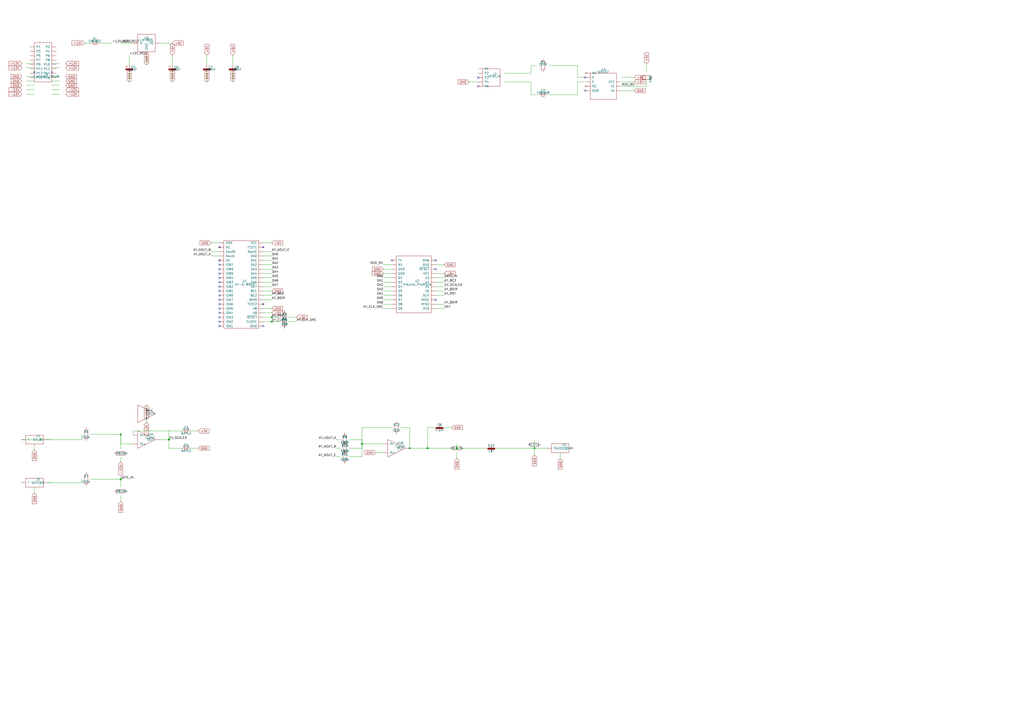
<source format=kicad_sch>
(kicad_sch (version 20231120) (generator "python-generator") (generator_version "1.0")
  (paper "A2")
  (title_block (title "AY-3-8910 Eurorack Module") (rev "0.1") (company "DIY"))
  (lib_symbols
    (symbol "Custom:AY-3-8910" (pin_numbers (hide yes)) (pin_names (offset 1.016))
      (property "Reference" "U" (at 0 27.94 0))
      (property "Value" "AY-3-8910" (at 0 30.48 0))
      (symbol "AY-3-8910_0_1"
        (rectangle (start -10.16 -25.4) (end 10.16 25.4))
      )
      (symbol "AY-3-8910_1_1"
        (pin power_in line (at -12.7 24.13 0) (length 2.54) (name "GND") (number "1"))
        (pin no_connect line (at -12.7 21.59 0) (length 2.54) (name "NC") (number "2"))
        (pin output line (at -12.7 19.05 0) (length 2.54) (name "AoutB") (number "3"))
        (pin output line (at -12.7 16.51 0) (length 2.54) (name "AoutA") (number "4"))
        (pin no_connect line (at -12.7 13.97 0) (length 2.54) (name "NC") (number "5"))
        (pin bidirectional line (at -12.7 11.43 0) (length 2.54) (name "IOB7") (number "6"))
        (pin bidirectional line (at -12.7 8.89 0) (length 2.54) (name "IOB6") (number "7"))
        (pin bidirectional line (at -12.7 6.35 0) (length 2.54) (name "IOB5") (number "8"))
        (pin bidirectional line (at -12.7 3.81 0) (length 2.54) (name "IOB4") (number "9"))
        (pin bidirectional line (at -12.7 1.27 0) (length 2.54) (name "IOB3") (number "10"))
        (pin bidirectional line (at -12.7 -1.27 0) (length 2.54) (name "IOB2") (number "11"))
        (pin bidirectional line (at -12.7 -3.81 0) (length 2.54) (name "IOB1") (number "12"))
        (pin bidirectional line (at -12.7 -6.35 0) (length 2.54) (name "IOB0") (number "13"))
        (pin bidirectional line (at -12.7 -8.89 0) (length 2.54) (name "IOA7") (number "14"))
        (pin bidirectional line (at -12.7 -11.43 0) (length 2.54) (name "IOA6") (number "15"))
        (pin bidirectional line (at -12.7 -13.97 0) (length 2.54) (name "IOA5") (number "16"))
        (pin bidirectional line (at -12.7 -16.51 0) (length 2.54) (name "IOA4") (number "17"))
        (pin bidirectional line (at -12.7 -19.05 0) (length 2.54) (name "IOA3") (number "18"))
        (pin bidirectional line (at -12.7 -21.59 0) (length 2.54) (name "IOA2") (number "19"))
        (pin bidirectional line (at -12.7 -24.13 0) (length 2.54) (name "IOA1") (number "20"))
        (pin bidirectional line (at 12.7 -24.13 180) (length 2.54) (name "IOA0") (number "21"))
        (pin input line (at 12.7 -21.59 180) (length 2.54) (name "CLOCK") (number "22"))
        (pin input line (at 12.7 -19.05 180) (length 2.54) (name "~{RESET}") (number "23"))
        (pin input line (at 12.7 -16.51 180) (length 2.54) (name "A9") (number "24"))
        (pin input line (at 12.7 -13.97 180) (length 2.54) (name "A8") (number "25"))
        (pin no_connect line (at 12.7 -11.43 180) (length 2.54) (name "TEST2") (number "26"))
        (pin input line (at 12.7 -8.89 180) (length 2.54) (name "BDIR") (number "27"))
        (pin input line (at 12.7 -6.35 180) (length 2.54) (name "BC2") (number "28"))
        (pin input line (at 12.7 -3.81 180) (length 2.54) (name "BC1") (number "29"))
        (pin bidirectional line (at 12.7 -1.27 180) (length 2.54) (name "DA7") (number "30"))
        (pin bidirectional line (at 12.7 1.27 180) (length 2.54) (name "DA6") (number "31"))
        (pin bidirectional line (at 12.7 3.81 180) (length 2.54) (name "DA5") (number "32"))
        (pin bidirectional line (at 12.7 6.35 180) (length 2.54) (name "DA4") (number "33"))
        (pin bidirectional line (at 12.7 8.89 180) (length 2.54) (name "DA3") (number "34"))
        (pin bidirectional line (at 12.7 11.43 180) (length 2.54) (name "DA2") (number "35"))
        (pin bidirectional line (at 12.7 13.97 180) (length 2.54) (name "DA1") (number "36"))
        (pin bidirectional line (at 12.7 16.51 180) (length 2.54) (name "DA0") (number "37"))
        (pin output line (at 12.7 19.05 180) (length 2.54) (name "AoutC") (number "38"))
        (pin no_connect line (at 12.7 21.59 180) (length 2.54) (name "TEST1") (number "39"))
        (pin power_in line (at 12.7 24.13 180) (length 2.54) (name "VCC") (number "40"))
      )
    )
    (symbol "Custom:Arduino_ProMicro" (pin_numbers (hide yes)) (pin_names (offset 1.016))
      (property "Reference" "U" (at 0 19.05 0))
      (property "Value" "Arduino_ProMicro" (at 0 21.59 0))
      (symbol "Arduino_ProMicro_0_1"
        (rectangle (start -10.16 -16.51) (end 10.16 16.51))
      )
      (symbol "Arduino_ProMicro_1_1"
        (pin output line (at -12.7 13.97 0) (length 2.54) (name "TX") (number "1"))
        (pin input line (at -12.7 11.43 0) (length 2.54) (name "RX") (number "2"))
        (pin power_in line (at -12.7 8.89 0) (length 2.54) (name "GND") (number "3"))
        (pin power_in line (at -12.7 6.35 0) (length 2.54) (name "GND") (number "4"))
        (pin bidirectional line (at -12.7 3.81 0) (length 2.54) (name "D2") (number "5"))
        (pin bidirectional line (at -12.7 1.27 0) (length 2.54) (name "D3") (number "6"))
        (pin bidirectional line (at -12.7 -1.27 0) (length 2.54) (name "D4") (number "7"))
        (pin bidirectional line (at -12.7 -3.81 0) (length 2.54) (name "D5") (number "8"))
        (pin bidirectional line (at -12.7 -6.35 0) (length 2.54) (name "D6") (number "9"))
        (pin bidirectional line (at -12.7 -8.89 0) (length 2.54) (name "D7") (number "10"))
        (pin bidirectional line (at -12.7 -11.43 0) (length 2.54) (name "D8") (number "11"))
        (pin bidirectional line (at -12.7 -13.97 0) (length 2.54) (name "D9") (number "12"))
        (pin power_in line (at 12.7 13.97 180) (length 2.54) (name "RAW") (number "13"))
        (pin power_in line (at 12.7 11.43 180) (length 2.54) (name "GND") (number "14"))
        (pin input line (at 12.7 8.89 180) (length 2.54) (name "~{RESET}") (number "15"))
        (pin power_in line (at 12.7 6.35 180) (length 2.54) (name "VCC") (number "16"))
        (pin bidirectional line (at 12.7 3.81 180) (length 2.54) (name "A3") (number "17"))
        (pin bidirectional line (at 12.7 1.27 180) (length 2.54) (name "A2") (number "18"))
        (pin bidirectional line (at 12.7 -1.27 180) (length 2.54) (name "A1") (number "19"))
        (pin bidirectional line (at 12.7 -3.81 180) (length 2.54) (name "A0") (number "20"))
        (pin bidirectional line (at 12.7 -6.35 180) (length 2.54) (name "SCK") (number "21"))
        (pin bidirectional line (at 12.7 -8.89 180) (length 2.54) (name "MOSI") (number "22"))
        (pin bidirectional line (at 12.7 -11.43 180) (length 2.54) (name "MISO") (number "23"))
        (pin bidirectional line (at 12.7 -13.97 180) (length 2.54) (name "D10") (number "24"))
      )
    )
    (symbol "Device:R" (pin_numbers (hide yes)) (pin_names (offset 0))
      (property "Reference" "R" (at 2.032 0 90))
      (property "Value" "R" (at 0 0 90))
      (symbol "R_0_1"
        (rectangle (start -1.016 -2.54) (end 1.016 2.54))
      )
      (symbol "R_1_1"
        (pin passive line (at 0 3.81 270) (length 1.27) (name "~") (number "1"))
        (pin passive line (at 0 -3.81 90) (length 1.27) (name "~") (number "2"))
      )
    )
    (symbol "Device:C" (pin_numbers (hide yes)) (pin_names (offset 0.254))
      (property "Reference" "C" (at 1.651 0 90))
      (property "Value" "C" (at 0 0 90))
      (symbol "C_0_1"
        (polyline (pts (xy -2.032 0) (xy 2.032 0)) (stroke (width 0.508)))
        (polyline (pts (xy -2.032 -0.508) (xy 2.032 -0.508)) (stroke (width 0.508)))
      )
      (symbol "C_1_1"
        (pin passive line (at 0 2.54 270) (length 2.54) (name "~") (number "1"))
        (pin passive line (at 0 -2.54 90) (length 2.54) (name "~") (number "2"))
      )
    )
    (symbol "Device:C_Polarized" (pin_numbers (hide yes)) (pin_names (offset 0.254))
      (property "Reference" "C" (at 1.651 0 90))
      (property "Value" "C_Polarized" (at 0 0 90))
      (symbol "C_Polarized_0_1"
        (polyline (pts (xy -2.032 0) (xy 2.032 0)) (stroke (width 0.508)))
        (polyline (pts (xy -2.032 -0.508) (xy 2.032 -0.508)) (stroke (width 0.508)))
        (text "+" (at -1.524 1.524 0) (effects (font (size 1.27 1.27))))
      )
      (symbol "C_Polarized_1_1"
        (pin passive line (at 0 2.54 270) (length 2.54) (name "+") (number "1"))
        (pin passive line (at 0 -2.54 90) (length 2.54) (name "~") (number "2"))
      )
    )
    (symbol "Device:D" (pin_numbers (hide yes)) (pin_names (offset 0))
      (property "Reference" "D" (at 0 2.54 0))
      (property "Value" "D" (at 0 -2.54 0))
      (symbol "D_0_1"
        (rectangle (start -0.762 -1.016) (end 0.762 1.016))
      )
      (symbol "D_1_1"
        (pin passive line (at -2.54 0 0) (length 2.54) (name "K") (number "1"))
        (pin passive line (at 2.54 0 180) (length 2.54) (name "A") (number "2"))
      )
    )
    (symbol "Device:D_Schottky" (pin_numbers (hide yes)) (pin_names (offset 0))
      (property "Reference" "D" (at 0 2.54 0))
      (property "Value" "D_Schottky" (at 0 -2.54 0))
      (symbol "D_Schottky_0_1"
        (rectangle (start -0.762 -1.016) (end 0.762 1.016))
      )
      (symbol "D_Schottky_1_1"
        (pin passive line (at -2.54 0 0) (length 2.54) (name "K") (number "1"))
        (pin passive line (at 2.54 0 180) (length 2.54) (name "A") (number "2"))
      )
    )
    (symbol "Regulator_Linear:LM7805_TO220" (pin_numbers (hide yes)) (pin_names (offset 1.016))
      (property "Reference" "U" (at 0 7.62 0))
      (property "Value" "LM7805_TO220" (at 0 10.16 0))
      (symbol "LM7805_TO220_0_1"
        (rectangle (start -5.08 -5.08) (end 5.08 5.08))
      )
      (symbol "LM7805_TO220_1_1"
        (pin input line (at -7.62 0 0) (length 2.54) (name "VI") (number "1"))
        (pin power_in line (at 0 -7.62 90) (length 2.54) (name "GND") (number "2"))
        (pin output line (at 7.62 0 180) (length 2.54) (name "VO") (number "3"))
      )
    )
    (symbol "Amplifier_Operational:TL072" (pin_numbers (hide yes)) (pin_names (offset 1.016))
      (property "Reference" "U" (at 0 7.62 0))
      (property "Value" "TL072" (at 0 10.16 0))
      (symbol "TL072_0_1"
        (polyline (pts (xy -5.08 5.08) (xy 5.08 0) (xy -5.08 -5.08) (xy -5.08 5.08)))
      )
      (symbol "TL072_1_1"
        (pin output line (at 7.62 0 180) (length 2.54) (name "OUT") (number "1"))
        (pin input line (at -7.62 2.54 0) (length 2.54) (name "IN-") (number "2"))
        (pin input line (at -7.62 -2.54 0) (length 2.54) (name "IN+") (number "3"))
      )
      (symbol "TL072_0_2"
        (polyline (pts (xy -5.08 5.08) (xy 5.08 0) (xy -5.08 -5.08) (xy -5.08 5.08)))
      )
      (symbol "TL072_2_1"
        (pin output line (at 7.62 0 180) (length 2.54) (name "OUT") (number "5"))
        (pin input line (at -7.62 2.54 0) (length 2.54) (name "IN-") (number "6"))
        (pin input line (at -7.62 -2.54 0) (length 2.54) (name "IN+") (number "7"))
      )
      (symbol "TL072_3_1"
        (pin power_in line (at 0 2.54 270) (length 2.54) (name "V+") (number "8"))
        (pin power_in line (at 0 -2.54 90) (length 2.54) (name "V-") (number "4"))
      )
    )
    (symbol "Isolator:6N137" (pin_numbers (hide yes)) (pin_names (offset 1.016))
      (property "Reference" "U" (at 0 10.16 0))
      (property "Value" "6N137" (at 0 12.7 0))
      (symbol "6N137_0_1"
        (rectangle (start -7.62 -7.62) (end 7.62 7.62))
      )
      (symbol "6N137_1_1"
        (pin no_connect line (at -10.16 7.62 0) (length 2.54) (name "NC") (number "1"))
        (pin input line (at -10.16 5.08 0) (length 2.54) (name "A") (number "2"))
        (pin input line (at -10.16 2.54 0) (length 2.54) (name "C") (number "3"))
        (pin no_connect line (at -10.16 0 0) (length 2.54) (name "NC") (number "4"))
        (pin power_in line (at -10.16 -2.54 0) (length 2.54) (name "GND") (number "5"))
        (pin output line (at 10.16 -2.54 180) (length 2.54) (name "Vo") (number "6"))
        (pin input line (at 10.16 0 180) (length 2.54) (name "VE") (number "7"))
        (pin power_in line (at 10.16 2.54 180) (length 2.54) (name "VCC") (number "8"))
      )
    )
    (symbol "Connector:Conn_02x08_Odd_Even" (pin_numbers (hide yes)) (pin_names (offset 1.016))
      (property "Reference" "J" (at 0 22.86 0))
      (property "Value" "Conn_02x08_Odd_Even" (at 0 25.4 0))
      (symbol "Conn_02x08_Odd_Even_0_1"
        (rectangle (start -5.08 -2.54) (end 5.08 20.32))
      )
      (symbol "Conn_02x08_Odd_Even_1_1"
        (pin passive line (at -7.62 17.78 0) (length 2.54) (name "P1") (number "1"))
        (pin passive line (at -7.62 15.24 0) (length 2.54) (name "P3") (number "3"))
        (pin passive line (at -7.62 12.7 0) (length 2.54) (name "P5") (number "5"))
        (pin passive line (at -7.62 10.16 0) (length 2.54) (name "P7") (number "7"))
        (pin passive line (at -7.62 7.62 0) (length 2.54) (name "P9") (number "9"))
        (pin passive line (at -7.62 5.08 0) (length 2.54) (name "P11") (number "11"))
        (pin passive line (at -7.62 2.54 0) (length 2.54) (name "P13") (number "13"))
        (pin passive line (at -7.62 0.0 0) (length 2.54) (name "P15") (number "15"))
        (pin passive line (at 7.62 17.78 180) (length 2.54) (name "P2") (number "2"))
        (pin passive line (at 7.62 15.24 180) (length 2.54) (name "P4") (number "4"))
        (pin passive line (at 7.62 12.7 180) (length 2.54) (name "P6") (number "6"))
        (pin passive line (at 7.62 10.16 180) (length 2.54) (name "P8") (number "8"))
        (pin passive line (at 7.62 7.62 180) (length 2.54) (name "P10") (number "10"))
        (pin passive line (at 7.62 5.08 180) (length 2.54) (name "P12") (number "12"))
        (pin passive line (at 7.62 2.54 180) (length 2.54) (name "P14") (number "14"))
        (pin passive line (at 7.62 0.0 180) (length 2.54) (name "P16") (number "16"))
      )
    )
    (symbol "Connector_Audio:AudioJack2" (pin_numbers (hide yes)) (pin_names (offset 1.016))
      (property "Reference" "J" (at 0 5.08 0))
      (property "Value" "AudioJack2" (at 0 7.62 0))
      (symbol "AudioJack2_0_1"
        (rectangle (start -5.08 -2.54) (end 5.08 2.54))
      )
      (symbol "AudioJack2_1_1"
        (pin passive line (at -7.62 0 0) (length 2.54) (name "T") (number "1"))
        (pin passive line (at 7.62 0 180) (length 2.54) (name "S") (number "2"))
      )
    )
    (symbol "Connector_DIN:DIN-5_270" (pin_numbers (hide yes)) (pin_names (offset 1.016))
      (property "Reference" "J" (at 0 7.62 0))
      (property "Value" "DIN-5_270" (at 0 10.16 0))
      (symbol "DIN-5_270_0_1"
        (rectangle (start -5.08 -5.08) (end 5.08 5.08))
      )
      (symbol "DIN-5_270_1_1"
        (pin passive line (at -7.62 5.08 0) (length 2.54) (name "P1") (number "1"))
        (pin passive line (at -7.62 2.54 0) (length 2.54) (name "P2") (number "2"))
        (pin passive line (at -7.62 0 0) (length 2.54) (name "P3") (number "3"))
        (pin passive line (at -7.62 -2.54 0) (length 2.54) (name "P4") (number "4"))
        (pin passive line (at -7.62 -5.08 0) (length 2.54) (name "P5") (number "5"))
      )
    )
  )
  (symbol (lib_id "Connector:Conn_02x08_Odd_Even") (at 25 45 0) (unit 1)
    (property "Reference" "J1" (at 27 43 0))
    (property "Value" "Eurorack_IDC16" (at 27 44.27 0))
    (property "Footprint" "Connector_IDC:IDC-Header_2x08_P2.54mm_Vertical" (effects (hide yes)))
  )
  (wire (pts (xy 19.92 36.83) (xy 15.24 36.83)))
  (global_label "+12V" (shape input) (at 12.7 36.8300 180))
  (wire (pts (xy 19.92 39.37) (xy 15.24 39.37)))
  (global_label "+12V" (shape input) (at 12.7 39.3700 180))
  (no_connect (at 19.92 41.91))
  (wire (pts (xy 19.92 44.45) (xy 15.24 44.45)))
  (global_label "GND" (shape input) (at 12.7 44.4500 180))
  (wire (pts (xy 19.92 46.99) (xy 15.24 46.99)))
  (global_label "GND" (shape input) (at 12.7 46.9900 180))
  (wire (pts (xy 19.92 49.53) (xy 15.24 49.53)))
  (global_label "GND" (shape input) (at 12.7 49.5300 180))
  (wire (pts (xy 19.92 52.07) (xy 15.24 52.07)))
  (global_label "-12V" (shape input) (at 12.7 52.0700 180))
  (wire (pts (xy 19.92 54.61) (xy 15.24 54.61)))
  (global_label "-12V" (shape input) (at 12.7 54.6100 180))
  (wire (pts (xy 30.08 36.83) (xy 34.54 36.83)))
  (global_label "+12V" (shape input) (at 38.1 36.8300 0))
  (wire (pts (xy 30.08 39.37) (xy 34.54 39.37)))
  (global_label "+12V" (shape input) (at 38.1 39.3700 0))
  (no_connect (at 30.08 41.91))
  (wire (pts (xy 30.08 44.45) (xy 34.54 44.45)))
  (global_label "GND" (shape input) (at 38.1 44.4500 0))
  (wire (pts (xy 30.08 46.99) (xy 34.54 46.99)))
  (global_label "GND" (shape input) (at 38.1 46.9900 0))
  (wire (pts (xy 30.08 49.53) (xy 34.54 49.53)))
  (global_label "GND" (shape input) (at 38.1 49.5300 0))
  (wire (pts (xy 30.08 52.07) (xy 34.54 52.07)))
  (global_label "-12V" (shape input) (at 38.1 52.0700 0))
  (wire (pts (xy 30.08 54.61) (xy 34.54 54.61)))
  (global_label "-12V" (shape input) (at 38.1 54.6100 0))
  (symbol (lib_id "Device:D") (at 55 25 0) (unit 1)
    (property "Reference" "D1" (at 55 22.5 0))
    (property "Value" "1N4001" (at 55 23.77 0))
    (property "Footprint" "Diode_THT:D_DO-41_SOD81_P10.16mm_Horizontal" (effects (hide yes)))
  )
  (wire (pts (xy 52.46 25.00) (xy 49.16 25.00)))
  (global_label "+12V" (shape input) (at 49.16 25.0000 180))
  (wire (pts (xy 57.54 25.00) (xy 65 25.00)))
  (label "+12V_RECT" (at 65 25.0000 0))
  (symbol (lib_id "Regulator_Linear:LM7805_TO220") (at 85 25 0) (unit 1)
    (property "Reference" "U5" (at 85 22 0))
    (property "Value" "LM7805" (at 85 23.27 0))
    (property "Footprint" "Package_TO_SOT_THT:TO-220-3_Vertical" (effects (hide yes)))
  )
  (wire (pts (xy 77.38 25.00) (xy 70 25.00)))
  (label "+12V_RECT" (at 70 25.0000 0))
  (wire (pts (xy 85 32.62) (xy 85 37.62)))
  (global_label "GND" (shape input) (at 85 37.6200 270))
  (wire (pts (xy 92.62 25.00) (xy 100 25.00)))
  (global_label "+5V" (shape input) (at 100 25.0000 0))
  (symbol (lib_id "Device:C_Polarized") (at 75 40 0) (unit 1)
    (property "Reference" "C5" (at 77.27 39 0))
    (property "Value" "10uF" (at 77.27 40.27 0))
    (property "Footprint" "Capacitor_THT:CP_Radial_D5.0mm_P2.50mm" (effects (hide yes)))
  )
  (wire (pts (xy 75 37.46) (xy 75 32.00)))
  (label "+12V_RECT" (at 75 32.0000 0))
  (wire (pts (xy 75 42.54) (xy 75 47.54)))
  (global_label "GND" (shape input) (at 75 47.5400 270))
  (symbol (lib_id "Device:C_Polarized") (at 100 40 0) (unit 1)
    (property "Reference" "C6" (at 102.27 39 0))
    (property "Value" "10uF" (at 102.27 40.27 0))
    (property "Footprint" "Capacitor_THT:CP_Radial_D5.0mm_P2.50mm" (effects (hide yes)))
  )
  (wire (pts (xy 100 37.46) (xy 100 32.00)))
  (global_label "+5V" (shape input) (at 100 32.0000 90))
  (wire (pts (xy 100 42.54) (xy 100 47.54)))
  (global_label "GND" (shape input) (at 100 47.5400 270))
  (symbol (lib_id "Device:C") (at 120 40 0) (unit 1)
    (property "Reference" "C7" (at 122.27 39 0))
    (property "Value" "100nF" (at 122.27 40.27 0))
    (property "Footprint" "Capacitor_THT:C_Disc_D4.7mm_W2.5mm_P5.00mm" (effects (hide yes)))
  )
  (wire (pts (xy 120 37.46) (xy 120 32.00)))
  (global_label "+5V" (shape input) (at 120 32.0000 90))
  (wire (pts (xy 120 42.54) (xy 120 47.54)))
  (global_label "GND" (shape input) (at 120 47.5400 270))
  (symbol (lib_id "Device:C") (at 135 40 0) (unit 1)
    (property "Reference" "C8" (at 137.27 39 0))
    (property "Value" "100nF" (at 137.27 40.27 0))
    (property "Footprint" "Capacitor_THT:C_Disc_D4.7mm_W2.5mm_P5.00mm" (effects (hide yes)))
  )
  (wire (pts (xy 135 37.46) (xy 135 32.00)))
  (global_label "+5V" (shape input) (at 135 32.0000 90))
  (wire (pts (xy 135 42.54) (xy 135 47.54)))
  (global_label "GND" (shape input) (at 135 47.5400 270))
  (symbol (lib_id "Connector_DIN:DIN-5_270") (at 285 45 0) (unit 1)
    (property "Reference" "J2" (at 287 43 0))
    (property "Value" "MIDI_IN" (at 287 44.27 0))
    (property "Footprint" "Connector_DIN:DIN5_262Degree_THT" (effects (hide yes)))
  )
  (no_connect (at 277.38 50.08))
  (no_connect (at 277.38 45.00))
  (wire (pts (xy 277.38 47.54) (xy 272 47.54)))
  (global_label "GND" (shape input) (at 272 47.5400 180))
  (wire (pts (xy 292.62 42.46) (xy 308 42.46)))
  (wire (pts (xy 308 42.46) (xy 308 38.00)))
  (wire (pts (xy 308 38.00) (xy 311.27 38.00)))
  (wire (pts (xy 292.62 47.54) (xy 308 47.54)))
  (wire (pts (xy 308 47.54) (xy 308 55.00)))
  (wire (pts (xy 308 55.00) (xy 311.27 55.00)))
  (symbol (lib_id "Device:R") (at 315 38 0) (unit 1)
    (property "Reference" "R1" (at 315 36 0))
    (property "Value" "220R" (at 315 37.27 0))
    (property "Footprint" "Resistor_THT:R_Axial_DIN0207_L6.3mm_D2.5mm_P10.16mm_Horizontal" (effects (hide yes)))
  )
  (wire (pts (xy 318.73 38.00) (xy 335 38.00)))
  (wire (pts (xy 335 38.00) (xy 335 44.92)))
  (wire (pts (xy 335 44.92) (xy 339.38 44.92)))
  (symbol (lib_id "Device:D") (at 315 55 0) (unit 1)
    (property "Reference" "D2" (at 315 52.5 0))
    (property "Value" "1N4148" (at 315 53.77 0))
    (property "Footprint" "Diode_THT:D_DO-35_SOD27_P7.62mm_Horizontal" (effects (hide yes)))
  )
  (wire (pts (xy 318.73 55.00) (xy 335 55.00)))
  (wire (pts (xy 335 55.00) (xy 335 47.46)))
  (wire (pts (xy 335 47.46) (xy 339.38 47.46)))
  (symbol (lib_id "Isolator:6N137") (at 350 50 0) (unit 1)
    (property "Reference" "U3" (at 350 40.5 0))
    (property "Value" "6N137" (at 350 41.77 0))
    (property "Footprint" "Package_DIP:DIP-8_W7.62mm" (effects (hide yes)))
  )
  (no_connect (at 339.38 44.92))
  (no_connect (at 339.38 52.54))
  (wire (pts (xy 360.62 52.54) (xy 368 52.54)))
  (global_label "GND" (shape input) (at 368 52.5400 0))
  (wire (pts (xy 360.62 50.00) (xy 375 50.00)))
  (wire (pts (xy 375 50.00) (xy 375 46.78)))
  (label "MIDI_RX" (at 360.62 50.0000 0))
  (wire (pts (xy 360.62 47.46) (xy 368 47.46)))
  (global_label "+5V" (shape input) (at 368 47.4600 0))
  (wire (pts (xy 360.62 44.92) (xy 368 44.92)))
  (global_label "+5V" (shape input) (at 368 44.9200 0))
  (symbol (lib_id "Device:R") (at 375 45 90) (unit 1)
    (property "Reference" "R2" (at 377.27 45 0))
    (property "Value" "10k" (at 377.27 46.27 0))
    (property "Footprint" "Resistor_THT:R_Axial_DIN0207_L6.3mm_D2.5mm_P10.16mm_Horizontal" (effects (hide yes)))
  )
  (wire (pts (xy 375 41.27) (xy 375 37.00)))
  (global_label "+5V" (shape input) (at 375 37.0000 90))
  (symbol (lib_id "Custom:AY-3-8910") (at 140 165 0) (unit 1)
    (property "Reference" "U1" (at 142 163 0))
    (property "Value" "AY-3-8910" (at 142 165 0))
    (property "Footprint" "Package_DIP:DIP-40_W15.24mm" (effects (hide yes)))
  )
  (wire (pts (xy 127.3 140.87) (xy 122.3 140.87)))
  (global_label "GND" (shape input) (at 122.3 140.87 180))
  (no_connect (at 127.3 143.41))
  (wire (pts (xy 127.3 145.95) (xy 122.3 145.95)))
  (label "AY_AOUT_B" (at 122.3 145.95 180))
  (wire (pts (xy 127.3 148.49) (xy 122.3 148.49)))
  (label "AY_AOUT_A" (at 122.3 148.49 180))
  (no_connect (at 127.3 151.03))
  (no_connect (at 127.3 153.57))
  (no_connect (at 127.3 156.11))
  (no_connect (at 127.3 158.65))
  (no_connect (at 127.3 161.19))
  (no_connect (at 127.3 163.73))
  (no_connect (at 127.3 166.27))
  (no_connect (at 127.3 168.81))
  (no_connect (at 127.3 171.35))
  (no_connect (at 127.3 173.89))
  (no_connect (at 127.3 176.43))
  (no_connect (at 127.3 178.97))
  (no_connect (at 127.3 181.51))
  (no_connect (at 127.3 184.05))
  (no_connect (at 127.3 186.59))
  (no_connect (at 127.3 189.13))
  (no_connect (at 152.7 189.13))
  (wire (pts (xy 152.7 186.59) (xy 157.7 186.59)))
  (label "AY_CLK" (at 157.7 186.59 0))
  (wire (pts (xy 152.7 184.05) (xy 157.7 184.05)))
  (label "AY_RST" (at 157.7 184.05 0))
  (wire (pts (xy 152.7 181.51) (xy 157.7 181.51)))
  (global_label "+5V" (shape input) (at 157.7 181.51 0))
  (wire (pts (xy 152.7 178.97) (xy 157.7 178.97)))
  (global_label "GND" (shape input) (at 157.7 178.97 0))
  (no_connect (at 152.7 176.43))
  (wire (pts (xy 152.7 173.89) (xy 157.7 173.89)))
  (label "AY_BDIR" (at 157.7 173.89 0))
  (wire (pts (xy 152.7 171.35) (xy 157.7 171.35)))
  (label "AY_BC2" (at 157.7 171.35 0))
  (wire (pts (xy 152.7 168.81) (xy 157.7 168.81)))
  (global_label "GND" (shape input) (at 157.7 168.81 0))
  (wire (pts (xy 152.7 166.27) (xy 157.7 166.27)))
  (label "DA7" (at 157.7 166.27 0))
  (wire (pts (xy 152.7 163.73) (xy 157.7 163.73)))
  (label "DA6" (at 157.7 163.73 0))
  (wire (pts (xy 152.7 161.19) (xy 157.7 161.19)))
  (label "DA5" (at 157.7 161.19 0))
  (wire (pts (xy 152.7 158.65) (xy 157.7 158.65)))
  (label "DA4" (at 157.7 158.65 0))
  (wire (pts (xy 152.7 156.11) (xy 157.7 156.11)))
  (label "DA3" (at 157.7 156.11 0))
  (wire (pts (xy 152.7 153.57) (xy 157.7 153.57)))
  (label "DA2" (at 157.7 153.57 0))
  (wire (pts (xy 152.7 151.03) (xy 157.7 151.03)))
  (label "DA1" (at 157.7 151.03 0))
  (wire (pts (xy 152.7 148.49) (xy 157.7 148.49)))
  (label "DA0" (at 157.7 148.49 0))
  (wire (pts (xy 152.7 145.95) (xy 157.7 145.95)))
  (label "AY_AOUT_C" (at 157.7 145.95 0))
  (no_connect (at 152.7 143.41))
  (wire (pts (xy 152.7 140.87) (xy 157.7 140.87)))
  (global_label "+5V" (shape input) (at 157.7 140.87 0))
  (symbol (lib_id "Device:R") (at 165 184.05 0) (unit 1)
    (property "Reference" "R3" (at 165 182.55 0))
    (property "Value" "10k" (at 165 185.55 0))
    (property "Footprint" "Resistor_THT:R_Axial_DIN0207_L6.3mm_D2.5mm_P10.16mm_Horizontal" (effects (hide yes)))
  )
  (junction (at 157.7 184.05))
  (wire (pts (xy 157.7 184.05) (xy 162.46 184.05)))
  (wire (pts (xy 167.54 184.05) (xy 172.0 184.05)))
  (global_label "+5V" (shape input) (at 172.0 184.05 0))
  (symbol (lib_id "Device:R") (at 165 186.59 0) (unit 1)
    (property "Reference" "R4" (at 165 185.09 0))
    (property "Value" "75R" (at 165 188.09 0))
    (property "Footprint" "Resistor_THT:R_Axial_DIN0207_L6.3mm_D2.5mm_P10.16mm_Horizontal" (effects (hide yes)))
  )
  (junction (at 157.7 186.59))
  (wire (pts (xy 157.7 186.59) (xy 162.46 186.59)))
  (wire (pts (xy 167.54 186.59) (xy 172.0 186.59)))
  (label "AY_CLK_SRC" (at 172.0 186.59 0))
  (symbol (lib_id "Custom:Arduino_ProMicro") (at 240 165 0) (unit 1)
    (property "Reference" "U2" (at 242 163 0))
    (property "Value" "Arduino_ProMicro" (at 242 165 0))
    (property "Footprint" "Module:Arduino_Pro_Micro" (effects (hide yes)))
  )
  (no_connect (at 227.3 151.03))
  (wire (pts (xy 227.3 153.57) (xy 222.3 153.57)))
  (label "MIDI_RX" (at 222.3 153.57 180))
  (wire (pts (xy 227.3 156.11) (xy 222.3 156.11)))
  (global_label "GND" (shape input) (at 222.3 156.11 180))
  (wire (pts (xy 227.3 158.65) (xy 222.3 158.65)))
  (global_label "GND" (shape input) (at 222.3 158.65 180))
  (wire (pts (xy 227.3 161.19) (xy 222.3 161.19)))
  (label "DA0" (at 222.3 161.19 180))
  (wire (pts (xy 227.3 163.73) (xy 222.3 163.73)))
  (label "DA1" (at 222.3 163.73 180))
  (wire (pts (xy 227.3 166.27) (xy 222.3 166.27)))
  (label "DA2" (at 222.3 166.27 180))
  (wire (pts (xy 227.3 168.81) (xy 222.3 168.81)))
  (label "DA3" (at 222.3 168.81 180))
  (wire (pts (xy 227.3 171.35) (xy 222.3 171.35)))
  (label "DA4" (at 222.3 171.35 180))
  (wire (pts (xy 227.3 173.89) (xy 222.3 173.89)))
  (label "DA5" (at 222.3 173.89 180))
  (wire (pts (xy 227.3 176.43) (xy 222.3 176.43)))
  (label "DA6" (at 222.3 176.43 180))
  (wire (pts (xy 227.3 178.97) (xy 222.3 178.97)))
  (label "AY_CLK_SRC" (at 222.3 178.97 180))
  (no_connect (at 252.7 151.03))
  (wire (pts (xy 252.7 153.57) (xy 257.7 153.57)))
  (global_label "GND" (shape input) (at 257.7 153.57 0))
  (no_connect (at 252.7 156.11))
  (wire (pts (xy 252.7 158.65) (xy 257.7 158.65)))
  (global_label "+5V" (shape input) (at 257.7 158.65 0))
  (wire (pts (xy 252.7 161.19) (xy 257.7 161.19)))
  (label "GATE_IN" (at 257.7 161.19 0))
  (wire (pts (xy 252.7 163.73) (xy 257.7 163.73)))
  (label "AY_BC2" (at 257.7 163.73 0))
  (wire (pts (xy 252.7 166.27) (xy 257.7 166.27)))
  (label "CV_SCALED" (at 257.7 166.27 0))
  (wire (pts (xy 252.7 168.81) (xy 257.7 168.81)))
  (label "AY_BDIR" (at 257.7 168.81 0))
  (wire (pts (xy 252.7 171.35) (xy 257.7 171.35)))
  (label "AY_RST" (at 257.7 171.35 0))
  (no_connect (at 252.7 173.89))
  (wire (pts (xy 252.7 176.43) (xy 257.7 176.43)))
  (label "AY_BDIR" (at 257.7 176.43 0))
  (wire (pts (xy 252.7 178.97) (xy 257.7 178.97)))
  (label "DA7" (at 257.7 178.97 0))
  (symbol (lib_id "Connector_Audio:AudioJack2") (at 20 255 0) (unit 1)
    (property "Reference" "J4" (at 22 253 0))
    (property "Value" "CV_IN" (at 22 255 0))
    (property "Footprint" "Connector_Audio:Jack_3.5mm_PJ301M-12_Vertical" (effects (hide yes)))
  )
  (wire (pts (xy 12.38 255) (xy 30.0 255)))
  (wire (pts (xy 27.62 255) (xy 30.0 255)))
  (wire (pts (xy 20 257.54) (xy 20 261)))
  (global_label "GND" (shape input) (at 20 261 270))
  (symbol (lib_id "Connector_Audio:AudioJack2") (at 20 280 0) (unit 1)
    (property "Reference" "J5" (at 22 278 0))
    (property "Value" "GATE_IN" (at 22 280 0))
    (property "Footprint" "Connector_Audio:Jack_3.5mm_PJ301M-12_Vertical" (effects (hide yes)))
  )
  (wire (pts (xy 27.62 280) (xy 30.0 280)))
  (wire (pts (xy 20 282.54) (xy 20 286)))
  (global_label "GND" (shape input) (at 20 286 270))
  (symbol (lib_id "Device:R") (at 50 252 0) (unit 1)
    (property "Reference" "R5" (at 50 250.5 0))
    (property "Value" "100k" (at 50 253.5 0))
    (property "Footprint" "Resistor_THT:R_Axial_DIN0207_L6.3mm_D2.5mm_P10.16mm_Horizontal" (effects (hide yes)))
  )
  (wire (pts (xy 30.0 255) (xy 47.46 255)))
  (wire (pts (xy 47.46 255) (xy 47.46 252)))
  (wire (pts (xy 52.54 252) (xy 70.0 252)))
  (symbol (lib_id "Device:R") (at 70 263 90) (unit 1)
    (property "Reference" "R6" (at 68.5 263 90))
    (property "Value" "100k" (at 71.5 263 90))
    (property "Footprint" "Resistor_THT:R_Axial_DIN0207_L6.3mm_D2.5mm_P10.16mm_Horizontal" (effects (hide yes)))
  )
  (junction (at 70.0 252.0))
  (wire (pts (xy 70.0 252.0) (xy 70.0 260.46)))
  (wire (pts (xy 70.0 265.54) (xy 70.0 268.0)))
  (global_label "-12V" (shape input) (at 70.0 268.0 270))
  (symbol (lib_id "Amplifier_Operational:TL072") (at 85 255 0) (unit 1)
    (property "Reference" "U4" (at 87 252 0))
    (property "Value" "TL072" (at 87 254 0))
    (property "Footprint" "Package_DIP:DIP-8_W7.62mm" (effects (hide yes)))
  )
  (wire (pts (xy 70.0 252.0) (xy 70.0 257.54)))
  (wire (pts (xy 70.0 257.54) (xy 77.38 257.54)))
  (wire (pts (xy 92.62 255.0) (xy 98.0 255.0)))
  (wire (pts (xy 98.0 255.0) (xy 98.0 250.0)))
  (wire (pts (xy 98.0 250.0) (xy 77.38 250.0)))
  (wire (pts (xy 77.38 250.0) (xy 77.38 252.46)))
  (junction (at 98.0 255.0))
  (label "CV_SCALED" (at 98.0 255.0 0))
  (symbol (lib_id "Device:D_Schottky") (at 108 250 0) (unit 1)
    (property "Reference" "D3" (at 108 248 0))
    (property "Value" "BAT42" (at 108 251.5 0))
    (property "Footprint" "Diode_THT:D_DO-35_SOD27_P7.62mm_Horizontal" (effects (hide yes)))
  )
  (wire (pts (xy 98.0 250.0) (xy 105.46 250.0)))
  (wire (pts (xy 110.54 250.0) (xy 115.0 250.0)))
  (global_label "+5V" (shape input) (at 115.0 250.0 0))
  (symbol (lib_id "Device:D_Schottky") (at 108 260 0) (unit 1)
    (property "Reference" "D4" (at 108 258 0))
    (property "Value" "BAT42" (at 108 261.5 0))
    (property "Footprint" "Diode_THT:D_DO-35_SOD27_P7.62mm_Horizontal" (effects (hide yes)))
  )
  (wire (pts (xy 98.0 255.0) (xy 98.0 260.0)))
  (wire (pts (xy 98.0 260.0) (xy 105.46 260.0)))
  (wire (pts (xy 110.54 260.0) (xy 115.0 260.0)))
  (global_label "GND" (shape input) (at 115.0 260.0 0))
  (symbol (lib_id "Device:R") (at 50 278 0) (unit 1)
    (property "Reference" "R7" (at 50 276.5 0))
    (property "Value" "100k" (at 50 279.5 0))
    (property "Footprint" "Resistor_THT:R_Axial_DIN0207_L6.3mm_D2.5mm_P10.16mm_Horizontal" (effects (hide yes)))
  )
  (wire (pts (xy 27.62 280.0) (xy 47.46 280.0)))
  (wire (pts (xy 47.46 280.0) (xy 47.46 278.0)))
  (wire (pts (xy 52.54 278.0) (xy 70.0 278.0)))
  (junction (at 70.0 278.0))
  (label "GATE_IN" (at 70.0 278.0 0))
  (symbol (lib_id "Device:R") (at 70 285 90) (unit 1)
    (property "Reference" "R8" (at 68.5 285 90))
    (property "Value" "100k" (at 71.5 285 90))
    (property "Footprint" "Resistor_THT:R_Axial_DIN0207_L6.3mm_D2.5mm_P10.16mm_Horizontal" (effects (hide yes)))
  )
  (wire (pts (xy 70.0 278.0) (xy 70.0 282.46)))
  (wire (pts (xy 70.0 287.54) (xy 70.0 291.0)))
  (global_label "GND" (shape input) (at 70.0 291.0 270))
  (symbol (lib_id "Amplifier_Operational:TL072") (at 85 240 0) (unit 3)
    (property "Reference" "U4" (at 87 238 0))
    (property "Value" "TL072" (at 87 240 0))
    (property "Footprint" "Package_DIP:DIP-8_W7.62mm" (effects (hide yes)))
  )
  (wire (pts (xy 85.0 237.46) (xy 85.0 235.0)))
  (global_label "+12V" (shape input) (at 85.0 235.0 90))
  (wire (pts (xy 85.0 242.54) (xy 85.0 245.0)))
  (global_label "-12V" (shape input) (at 85.0 245.0 270))
  (symbol (lib_id "Amplifier_Operational:TL072") (at 230 260 0) (unit 2)
    (property "Reference" "U4" (at 232 257 0))
    (property "Value" "TL072" (at 232 259 0))
    (property "Footprint" "Package_DIP:DIP-8_W7.62mm" (effects (hide yes)))
  )
  (wire (pts (xy 222.38 262.54) (xy 218.0 262.54)))
  (global_label "GND" (shape input) (at 218.0 262.54 180))
  (symbol (lib_id "Device:R") (at 200 255 0) (unit 1)
    (property "Reference" "R9" (at 200 253.5 0))
    (property "Value" "100k" (at 200 256.5 0))
    (property "Footprint" "Resistor_THT:R_Axial_DIN0207_L6.3mm_D2.5mm_P10.16mm_Horizontal" (effects (hide yes)))
  )
  (label "AY_AOUT_A" (at 195.0 255.0 180))
  (wire (pts (xy 195.0 255.0) (xy 197.46 255.0)))
  (wire (pts (xy 202.54 255.0) (xy 210.0 255.0)))
  (wire (pts (xy 210.0 255.0) (xy 210.0 257.46)))
  (symbol (lib_id "Device:R") (at 200 260 0) (unit 1)
    (property "Reference" "R10" (at 200 258.5 0))
    (property "Value" "100k" (at 200 261.5 0))
    (property "Footprint" "Resistor_THT:R_Axial_DIN0207_L6.3mm_D2.5mm_P10.16mm_Horizontal" (effects (hide yes)))
  )
  (label "AY_AOUT_B" (at 195.0 260.0 180))
  (wire (pts (xy 195.0 260.0) (xy 197.46 260.0)))
  (wire (pts (xy 202.54 260.0) (xy 210.0 260.0)))
  (wire (pts (xy 210.0 260.0) (xy 210.0 257.46)))
  (junction (at 210.0 257.46))
  (symbol (lib_id "Device:R") (at 200 265 0) (unit 1)
    (property "Reference" "R11" (at 200 263.5 0))
    (property "Value" "100k" (at 200 266.5 0))
    (property "Footprint" "Resistor_THT:R_Axial_DIN0207_L6.3mm_D2.5mm_P10.16mm_Horizontal" (effects (hide yes)))
  )
  (label "AY_AOUT_C" (at 195.0 265.0 180))
  (wire (pts (xy 195.0 265.0) (xy 197.46 265.0)))
  (wire (pts (xy 202.54 265.0) (xy 210.0 265.0)))
  (wire (pts (xy 210.0 265.0) (xy 210.0 257.46)))
  (wire (pts (xy 210.0 257.46) (xy 222.38 257.46)))
  (symbol (lib_id "Device:R") (at 230 248 0) (unit 1)
    (property "Reference" "R12" (at 230 246.5 0))
    (property "Value" "100k" (at 230 249.5 0))
    (property "Footprint" "Resistor_THT:R_Axial_DIN0207_L6.3mm_D2.5mm_P10.16mm_Horizontal" (effects (hide yes)))
  )
  (wire (pts (xy 210.0 257.46) (xy 210.0 248.0)))
  (wire (pts (xy 210.0 248.0) (xy 227.46 248.0)))
  (wire (pts (xy 232.54 248.0) (xy 237.62 248.0)))
  (wire (pts (xy 237.62 248.0) (xy 237.62 260.0)))
  (junction (at 237.62 260.0))
  (symbol (lib_id "Device:C") (at 255 248 0) (unit 1)
    (property "Reference" "C9" (at 255 246.5 0))
    (property "Value" "4.7nF" (at 255 249.5 0))
    (property "Footprint" "Capacitor_THT:C_Disc_D4.7mm_W2.5mm_P5.00mm" (effects (hide yes)))
  )
  (wire (pts (xy 237.62 260.0) (xy 248.0 260.0)))
  (wire (pts (xy 248.0 260.0) (xy 248.0 248.0)))
  (wire (pts (xy 248.0 248.0) (xy 252.46 248.0)))
  (junction (at 248.0 260.0))
  (wire (pts (xy 257.54 248.0) (xy 262.0 248.0)))
  (global_label "GND" (shape input) (at 262.0 248.0 0))
  (symbol (lib_id "Device:R") (at 265 260 90) (unit 1)
    (property "Reference" "R13" (at 263.5 260 90))
    (property "Value" "4.7k" (at 266.5 260 90))
    (property "Footprint" "Resistor_THT:R_Axial_DIN0207_L6.3mm_D2.5mm_P10.16mm_Horizontal" (effects (hide yes)))
  )
  (wire (pts (xy 248.0 260.0) (xy 265.0 260.0)))
  (junction (at 248.0 260.0))
  (wire (pts (xy 265.0 260.0) (xy 265.0 257.46)))
  (wire (pts (xy 265.0 262.54) (xy 265.0 266.0)))
  (global_label "GND" (shape input) (at 265.0 266.0 270))
  (symbol (lib_id "Device:C_Polarized") (at 285 260 0) (unit 1)
    (property "Reference" "C10" (at 285 258.5 0))
    (property "Value" "1uF" (at 285 261.5 0))
    (property "Footprint" "Capacitor_THT:CP_Radial_D5.0mm_P2.50mm" (effects (hide yes)))
  )
  (junction (at 265.0 260.0))
  (wire (pts (xy 265.0 260.0) (xy 282.46 260.0)))
  (symbol (lib_id "Device:R") (at 310 258 90) (unit 1)
    (property "Reference" "R14" (at 308.5 258 90))
    (property "Value" "1k" (at 311.5 258 90))
    (property "Footprint" "Resistor_THT:R_Axial_DIN0207_L6.3mm_D2.5mm_P10.16mm_Horizontal" (effects (hide yes)))
  )
  (wire (pts (xy 287.54 260.0) (xy 310.0 260.0)))
  (junction (at 310.0 260.0))
  (wire (pts (xy 310.0 260.0) (xy 310.0 255.46)))
  (wire (pts (xy 310.0 260.54) (xy 310.0 264.0)))
  (global_label "GND" (shape input) (at 310.0 264.0 270))
  (symbol (lib_id "Connector_Audio:AudioJack2") (at 325 260 0) (unit 1)
    (property "Reference" "J3" (at 327 258 0))
    (property "Value" "AUDIO_OUT" (at 327 260 0))
    (property "Footprint" "Connector_Audio:Jack_3.5mm_PJ301M-12_Vertical" (effects (hide yes)))
  )
  (wire (pts (xy 310.0 260.0) (xy 317.38 260.0)))
  (wire (pts (xy 325.0 262.54) (xy 325.0 266.0)))
  (global_label "GND" (shape input) (at 325.0 266.0 270))
)
</source>
